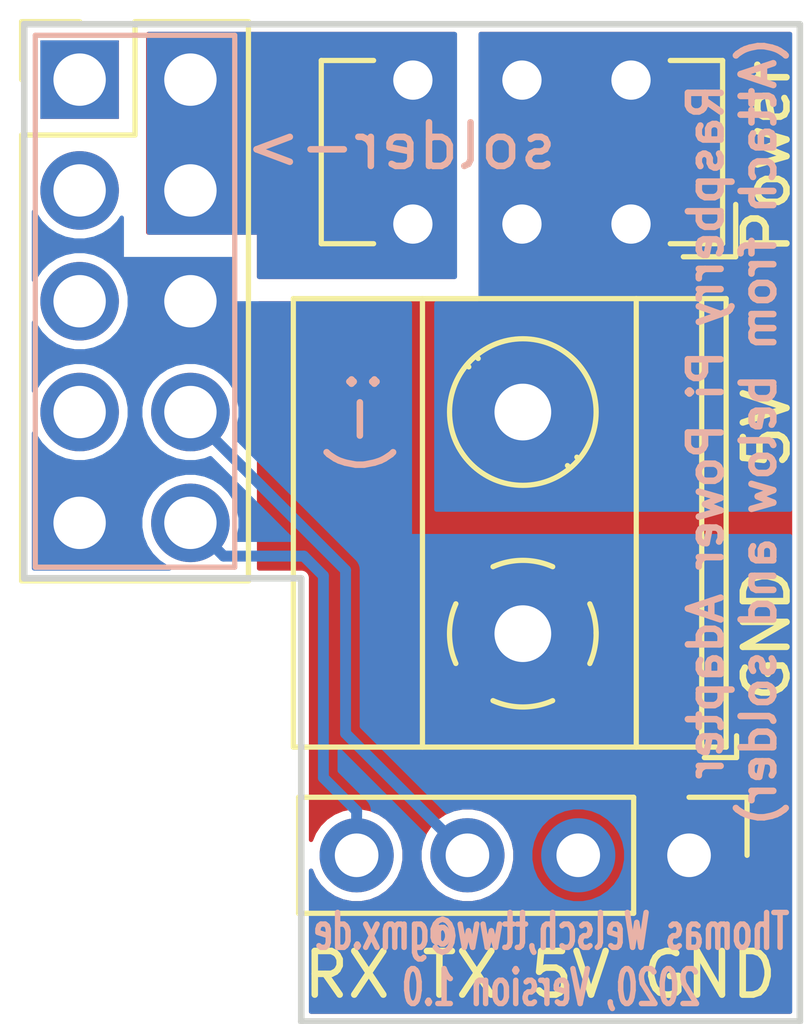
<source format=kicad_pcb>
(kicad_pcb (version 20171130) (host pcbnew "(5.1.6-0-10_14)")

  (general
    (thickness 1.6)
    (drawings 14)
    (tracks 15)
    (zones 0)
    (modules 4)
    (nets 6)
  )

  (page A4)
  (layers
    (0 F.Cu signal)
    (31 B.Cu signal)
    (32 B.Adhes user)
    (33 F.Adhes user)
    (34 B.Paste user)
    (35 F.Paste user)
    (36 B.SilkS user)
    (37 F.SilkS user)
    (38 B.Mask user)
    (39 F.Mask user)
    (40 Dwgs.User user)
    (41 Cmts.User user)
    (42 Eco1.User user)
    (43 Eco2.User user)
    (44 Edge.Cuts user)
    (45 Margin user)
    (46 B.CrtYd user)
    (47 F.CrtYd user)
    (48 B.Fab user)
    (49 F.Fab user)
  )

  (setup
    (last_trace_width 0.25)
    (user_trace_width 0.5)
    (user_trace_width 0.75)
    (user_trace_width 1)
    (user_trace_width 2)
    (user_trace_width 2)
    (user_trace_width 3)
    (user_trace_width 3.5)
    (user_trace_width 4)
    (trace_clearance 0.2)
    (zone_clearance 0.1)
    (zone_45_only no)
    (trace_min 0.2)
    (via_size 0.8)
    (via_drill 0.4)
    (via_min_size 0.4)
    (via_min_drill 0.3)
    (uvia_size 0.3)
    (uvia_drill 0.1)
    (uvias_allowed no)
    (uvia_min_size 0.2)
    (uvia_min_drill 0.1)
    (edge_width 0.05)
    (segment_width 0.2)
    (pcb_text_width 0.3)
    (pcb_text_size 1.5 1.5)
    (mod_edge_width 0.12)
    (mod_text_size 1 1)
    (mod_text_width 0.15)
    (pad_size 1.8 1.8)
    (pad_drill 1.2)
    (pad_to_mask_clearance 0.05)
    (aux_axis_origin 0 0)
    (visible_elements FFFFFF7F)
    (pcbplotparams
      (layerselection 0x010fc_ffffffff)
      (usegerberextensions false)
      (usegerberattributes true)
      (usegerberadvancedattributes true)
      (creategerberjobfile true)
      (excludeedgelayer true)
      (linewidth 0.100000)
      (plotframeref false)
      (viasonmask false)
      (mode 1)
      (useauxorigin false)
      (hpglpennumber 1)
      (hpglpenspeed 20)
      (hpglpendiameter 15.000000)
      (psnegative false)
      (psa4output false)
      (plotreference true)
      (plotvalue true)
      (plotinvisibletext false)
      (padsonsilk false)
      (subtractmaskfromsilk false)
      (outputformat 1)
      (mirror false)
      (drillshape 1)
      (scaleselection 1)
      (outputdirectory ""))
  )

  (net 0 "")
  (net 1 GND)
  (net 2 "Net-(J1-Pad10)")
  (net 3 "Net-(J1-Pad8)")
  (net 4 5V-Switched)
  (net 5 5V)

  (net_class Default "This is the default net class."
    (clearance 0.2)
    (trace_width 0.25)
    (via_dia 0.8)
    (via_drill 0.4)
    (uvia_dia 0.3)
    (uvia_drill 0.1)
    (add_net 5V)
    (add_net 5V-Switched)
    (add_net GND)
    (add_net "Net-(J1-Pad10)")
    (add_net "Net-(J1-Pad8)")
  )

  (module Connector_PinHeader_2.54mm:PinHeader_1x04_P2.54mm_Vertical (layer F.Cu) (tedit 59FED5CC) (tstamp 5EE92935)
    (at 205.74 87.63 270)
    (descr "Through hole straight pin header, 1x04, 2.54mm pitch, single row")
    (tags "Through hole pin header THT 1x04 2.54mm single row")
    (path /5EE931EF)
    (fp_text reference J3 (at 0 -2.33 90) (layer F.SilkS) hide
      (effects (font (size 1 1) (thickness 0.15)))
    )
    (fp_text value "RX TX 5V GND" (at 2.73843 3.413139 180) (layer F.SilkS)
      (effects (font (size 1 1) (thickness 0.15)))
    )
    (fp_line (start 1.8 -1.8) (end -1.8 -1.8) (layer F.CrtYd) (width 0.05))
    (fp_line (start 1.8 9.4) (end 1.8 -1.8) (layer F.CrtYd) (width 0.05))
    (fp_line (start -1.8 9.4) (end 1.8 9.4) (layer F.CrtYd) (width 0.05))
    (fp_line (start -1.8 -1.8) (end -1.8 9.4) (layer F.CrtYd) (width 0.05))
    (fp_line (start -1.33 -1.33) (end 0 -1.33) (layer F.SilkS) (width 0.12))
    (fp_line (start -1.33 0) (end -1.33 -1.33) (layer F.SilkS) (width 0.12))
    (fp_line (start -1.33 1.27) (end 1.33 1.27) (layer F.SilkS) (width 0.12))
    (fp_line (start 1.33 1.27) (end 1.33 8.95) (layer F.SilkS) (width 0.12))
    (fp_line (start -1.33 1.27) (end -1.33 8.95) (layer F.SilkS) (width 0.12))
    (fp_line (start -1.33 8.95) (end 1.33 8.95) (layer F.SilkS) (width 0.12))
    (fp_line (start -1.27 -0.635) (end -0.635 -1.27) (layer F.Fab) (width 0.1))
    (fp_line (start -1.27 8.89) (end -1.27 -0.635) (layer F.Fab) (width 0.1))
    (fp_line (start 1.27 8.89) (end -1.27 8.89) (layer F.Fab) (width 0.1))
    (fp_line (start 1.27 -1.27) (end 1.27 8.89) (layer F.Fab) (width 0.1))
    (fp_line (start -0.635 -1.27) (end 1.27 -1.27) (layer F.Fab) (width 0.1))
    (fp_text user %R (at 0 3.81) (layer F.Fab)
      (effects (font (size 1 1) (thickness 0.15)))
    )
    (pad 4 thru_hole oval (at 0 7.62 270) (size 1.7 1.7) (drill 1) (layers *.Cu *.Mask)
      (net 2 "Net-(J1-Pad10)"))
    (pad 3 thru_hole oval (at 0 5.08 270) (size 1.7 1.7) (drill 1) (layers *.Cu *.Mask)
      (net 3 "Net-(J1-Pad8)"))
    (pad 2 thru_hole oval (at 0 2.54 270) (size 1.7 1.7) (drill 1) (layers *.Cu *.Mask)
      (net 5 5V))
    (pad 1 thru_hole rect (at 0 0 270) (size 1.7 1.7) (drill 1) (layers *.Cu *.Mask)
      (net 1 GND))
    (model ${KISYS3DMOD}/Connector_PinHeader_2.54mm.3dshapes/PinHeader_1x04_P2.54mm_Vertical.wrl
      (at (xyz 0 0 0))
      (scale (xyz 1 1 1))
      (rotate (xyz 0 0 0))
    )
  )

  (module Button_Switch_THT:SW_CuK_JS202011CQN_DPDT_Straight (layer F.Cu) (tedit 5A02FE31) (tstamp 5EEC1840)
    (at 204.409253 73.161137 180)
    (descr "CuK sub miniature slide switch, JS series, DPDT, right angle, http://www.ckswitches.com/media/1422/js.pdf")
    (tags "switch DPDT")
    (path /5EEB5205)
    (fp_text reference SW1 (at 2.75 -1.6) (layer F.SilkS) hide
      (effects (font (size 1 1) (thickness 0.15)))
    )
    (fp_text value Power (at -3.108747 1.533137 270) (layer F.SilkS)
      (effects (font (size 1 1) (thickness 0.15)))
    )
    (fp_line (start -1 -0.35) (end 7 -0.35) (layer F.Fab) (width 0.1))
    (fp_line (start 7 -0.35) (end 7 3.65) (layer F.Fab) (width 0.1))
    (fp_line (start 7 3.65) (end -2 3.65) (layer F.Fab) (width 0.1))
    (fp_line (start -2 3.65) (end -2 0.65) (layer F.Fab) (width 0.1))
    (fp_line (start -0.9 -0.45) (end -2.1 -0.45) (layer F.SilkS) (width 0.12))
    (fp_line (start -2.1 -0.45) (end -2.1 3.75) (layer F.SilkS) (width 0.12))
    (fp_line (start -2.1 3.75) (end -0.9 3.75) (layer F.SilkS) (width 0.12))
    (fp_line (start 5.9 -0.45) (end 7.1 -0.45) (layer F.SilkS) (width 0.12))
    (fp_line (start 7.1 -0.45) (end 7.1 3.75) (layer F.SilkS) (width 0.12))
    (fp_line (start 7.1 3.75) (end 5.9 3.75) (layer F.SilkS) (width 0.12))
    (fp_line (start -1.2 -0.75) (end -2.4 -0.75) (layer F.SilkS) (width 0.12))
    (fp_line (start -2.4 -0.75) (end -2.4 0.45) (layer F.SilkS) (width 0.12))
    (fp_line (start -2.25 -0.95) (end 7.25 -0.95) (layer F.CrtYd) (width 0.05))
    (fp_line (start 7.25 -0.95) (end 7.25 4.25) (layer F.CrtYd) (width 0.05))
    (fp_line (start 7.25 4.25) (end -2.25 4.25) (layer F.CrtYd) (width 0.05))
    (fp_line (start -2.25 4.25) (end -2.25 -0.95) (layer F.CrtYd) (width 0.05))
    (fp_line (start -1 -0.35) (end -2 0.65) (layer F.Fab) (width 0.1))
    (fp_text user %R (at 2 1.65) (layer F.Fab)
      (effects (font (size 1 1) (thickness 0.15)))
    )
    (pad 6 thru_hole circle (at 5 3.3 180) (size 1.4 1.4) (drill 0.9) (layers *.Cu *.Mask)
      (net 4 5V-Switched))
    (pad 5 thru_hole circle (at 2.5 3.3 180) (size 1.4 1.4) (drill 0.9) (layers *.Cu *.Mask)
      (net 5 5V))
    (pad 4 thru_hole circle (at 0 3.3 180) (size 1.4 1.4) (drill 0.9) (layers *.Cu *.Mask)
      (net 5 5V))
    (pad 3 thru_hole circle (at 5 0 180) (size 1.4 1.4) (drill 0.9) (layers *.Cu *.Mask)
      (net 4 5V-Switched))
    (pad 2 thru_hole circle (at 2.5 0 180) (size 1.4 1.4) (drill 0.9) (layers *.Cu *.Mask)
      (net 5 5V))
    (pad 1 thru_hole rect (at 0 0 180) (size 1.4 1.4) (drill 0.9) (layers *.Cu *.Mask)
      (net 5 5V))
    (model ${KISYS3DMOD}/Button_Switch_THT.3dshapes/SW_CuK_JS202011CQN_DPDT_Straight.wrl
      (at (xyz 0 0 0))
      (scale (xyz 1 1 1))
      (rotate (xyz 0 0 0))
    )
  )

  (module Connector_PinHeader_2.54mm:PinHeader_2x05_P2.54mm_Vertical (layer F.Cu) (tedit 5EEB7160) (tstamp 5EEC162C)
    (at 191.77 69.85)
    (descr "Through hole straight pin header, 2x05, 2.54mm pitch, double rows")
    (tags "Through hole pin header THT 2x05 2.54mm double row")
    (path /5EE806D3)
    (fp_text reference J1 (at 1.27 -2.33) (layer F.SilkS) hide
      (effects (font (size 1 1) (thickness 0.15)))
    )
    (fp_text value Raspberry_Pi_2_3 (at 1.27 12.49) (layer F.Fab) hide
      (effects (font (size 1 1) (thickness 0.15)))
    )
    (fp_line (start 4.35 -1.8) (end -1.8 -1.8) (layer F.CrtYd) (width 0.05))
    (fp_line (start 4.35 11.95) (end 4.35 -1.8) (layer F.CrtYd) (width 0.05))
    (fp_line (start -1.8 11.95) (end 4.35 11.95) (layer F.CrtYd) (width 0.05))
    (fp_line (start -1.8 -1.8) (end -1.8 11.95) (layer F.CrtYd) (width 0.05))
    (fp_line (start -1.33 -1.33) (end 0 -1.33) (layer F.SilkS) (width 0.12))
    (fp_line (start -1.33 0) (end -1.33 -1.33) (layer F.SilkS) (width 0.12))
    (fp_line (start 1.27 -1.33) (end 3.87 -1.33) (layer F.SilkS) (width 0.12))
    (fp_line (start 1.27 1.27) (end 1.27 -1.33) (layer F.SilkS) (width 0.12))
    (fp_line (start -1.33 1.27) (end 1.27 1.27) (layer F.SilkS) (width 0.12))
    (fp_line (start 3.87 -1.33) (end 3.87 11.49) (layer F.SilkS) (width 0.12))
    (fp_line (start -1.33 1.27) (end -1.33 11.49) (layer F.SilkS) (width 0.12))
    (fp_line (start -1.33 11.49) (end 3.87 11.49) (layer F.SilkS) (width 0.12))
    (fp_line (start -1.27 0) (end 0 -1.27) (layer F.Fab) (width 0.1))
    (fp_line (start -1.27 11.43) (end -1.27 0) (layer F.Fab) (width 0.1))
    (fp_line (start 3.81 11.43) (end -1.27 11.43) (layer F.Fab) (width 0.1))
    (fp_line (start 3.81 -1.27) (end 3.81 11.43) (layer F.Fab) (width 0.1))
    (fp_line (start 0 -1.27) (end 3.81 -1.27) (layer F.Fab) (width 0.1))
    (fp_text user %R (at 1.27 5.08 90) (layer F.Fab)
      (effects (font (size 1 1) (thickness 0.15)))
    )
    (pad 10 thru_hole oval (at 2.54 10.16) (size 1.8 1.8) (drill 1.2) (layers *.Cu *.Mask)
      (net 2 "Net-(J1-Pad10)"))
    (pad 9 thru_hole oval (at 0 10.16) (size 1.8 1.8) (drill 1.2) (layers *.Cu *.Mask)
      (net 1 GND))
    (pad 8 thru_hole oval (at 2.54 7.62) (size 1.8 1.8) (drill 1.2) (layers *.Cu *.Mask)
      (net 3 "Net-(J1-Pad8)"))
    (pad 7 thru_hole oval (at 0 7.62) (size 1.8 1.8) (drill 1.2) (layers *.Cu *.Mask))
    (pad 6 thru_hole oval (at 2.54 5.08) (size 1.8 1.8) (drill 1.2) (layers *.Cu *.Mask)
      (net 1 GND))
    (pad 5 thru_hole oval (at 0 5.08) (size 1.8 1.8) (drill 1.2) (layers *.Cu *.Mask))
    (pad 4 thru_hole oval (at 2.54 2.54) (size 1.8 1.8) (drill 1.2) (layers *.Cu *.Mask)
      (net 4 5V-Switched))
    (pad 3 thru_hole oval (at 0 2.54) (size 1.8 1.8) (drill 1.2) (layers *.Cu *.Mask))
    (pad 2 thru_hole oval (at 2.54 0) (size 1.8 1.8) (drill 1.2) (layers *.Cu *.Mask)
      (net 4 5V-Switched))
    (pad 1 thru_hole rect (at 0 0) (size 1.8 1.8) (drill 1.2) (layers *.Cu *.Mask))
    (model ${KISYS3DMOD}/Connector_PinHeader_2.54mm.3dshapes/PinHeader_2x05_P2.54mm_Vertical.wrl
      (at (xyz 0 0 0))
      (scale (xyz 1 1 1))
      (rotate (xyz 0 0 0))
    )
  )

  (module TerminalBlock_Phoenix:TerminalBlock_Phoenix_MKDS-1,5-2-5.08_1x02_P5.08mm_Horizontal (layer F.Cu) (tedit 5EE95980) (tstamp 5EEC40E7)
    (at 201.93 82.55 90)
    (descr "Terminal Block Phoenix MKDS-1,5-2-5.08, 2 pins, pitch 5.08mm, size 10.2x9.8mm^2, drill diamater 1.3mm, pad diameter 2.6mm, see http://www.farnell.com/datasheets/100425.pdf, script-generated using https://github.com/pointhi/kicad-footprint-generator/scripts/TerminalBlock_Phoenix")
    (tags "THT Terminal Block Phoenix MKDS-1,5-2-5.08 pitch 5.08mm size 10.2x9.8mm^2 drill 1.3mm pad 2.6mm")
    (path /5EE83E95)
    (fp_text reference J2 (at 2.54 -6.26 90) (layer F.SilkS) hide
      (effects (font (size 1 1) (thickness 0.15)))
    )
    (fp_text value "GND   5V" (at 2.032 5.588 90) (layer F.SilkS)
      (effects (font (size 1 1) (thickness 0.15)))
    )
    (fp_circle (center 0 0) (end 1.5 0) (layer F.Fab) (width 0.1))
    (fp_circle (center 5.08 0) (end 6.58 0) (layer F.Fab) (width 0.1))
    (fp_circle (center 5.08 0) (end 6.76 0) (layer F.SilkS) (width 0.12))
    (fp_line (start -2.54 -5.2) (end 7.62 -5.2) (layer F.Fab) (width 0.1))
    (fp_line (start 7.62 -5.2) (end 7.62 4.6) (layer F.Fab) (width 0.1))
    (fp_line (start 7.62 4.6) (end -2.04 4.6) (layer F.Fab) (width 0.1))
    (fp_line (start -2.04 4.6) (end -2.54 4.1) (layer F.Fab) (width 0.1))
    (fp_line (start -2.54 4.1) (end -2.54 -5.2) (layer F.Fab) (width 0.1))
    (fp_line (start -2.54 4.1) (end 7.62 4.1) (layer F.Fab) (width 0.1))
    (fp_line (start -2.6 4.1) (end 7.68 4.1) (layer F.SilkS) (width 0.12))
    (fp_line (start -2.54 2.6) (end 7.62 2.6) (layer F.Fab) (width 0.1))
    (fp_line (start -2.6 2.6) (end 7.68 2.6) (layer F.SilkS) (width 0.12))
    (fp_line (start -2.54 -2.3) (end 7.62 -2.3) (layer F.Fab) (width 0.1))
    (fp_line (start -2.6 -2.301) (end 7.68 -2.301) (layer F.SilkS) (width 0.12))
    (fp_line (start -2.6 -5.261) (end 7.68 -5.261) (layer F.SilkS) (width 0.12))
    (fp_line (start -2.6 4.66) (end 7.68 4.66) (layer F.SilkS) (width 0.12))
    (fp_line (start -2.6 -5.261) (end -2.6 4.66) (layer F.SilkS) (width 0.12))
    (fp_line (start 7.68 -5.261) (end 7.68 4.66) (layer F.SilkS) (width 0.12))
    (fp_line (start 1.138 -0.955) (end -0.955 1.138) (layer F.Fab) (width 0.1))
    (fp_line (start 0.955 -1.138) (end -1.138 0.955) (layer F.Fab) (width 0.1))
    (fp_line (start 6.218 -0.955) (end 4.126 1.138) (layer F.Fab) (width 0.1))
    (fp_line (start 6.035 -1.138) (end 3.943 0.955) (layer F.Fab) (width 0.1))
    (fp_line (start 6.355 -1.069) (end 6.308 -1.023) (layer F.SilkS) (width 0.12))
    (fp_line (start 4.046 1.239) (end 4.011 1.274) (layer F.SilkS) (width 0.12))
    (fp_line (start 6.15 -1.275) (end 6.115 -1.239) (layer F.SilkS) (width 0.12))
    (fp_line (start 3.853 1.023) (end 3.806 1.069) (layer F.SilkS) (width 0.12))
    (fp_line (start -2.84 4.16) (end -2.84 4.9) (layer F.SilkS) (width 0.12))
    (fp_line (start -2.84 4.9) (end -2.34 4.9) (layer F.SilkS) (width 0.12))
    (fp_line (start -3.04 -5.71) (end -3.04 5.1) (layer F.CrtYd) (width 0.05))
    (fp_line (start -3.04 5.1) (end 8.13 5.1) (layer F.CrtYd) (width 0.05))
    (fp_line (start 8.13 5.1) (end 8.13 -5.71) (layer F.CrtYd) (width 0.05))
    (fp_line (start 8.13 -5.71) (end -3.04 -5.71) (layer F.CrtYd) (width 0.05))
    (fp_arc (start 0 0) (end 0 1.68) (angle -24) (layer F.SilkS) (width 0.12))
    (fp_arc (start 0 0) (end 1.535 0.684) (angle -48) (layer F.SilkS) (width 0.12))
    (fp_arc (start 0 0) (end 0.684 -1.535) (angle -48) (layer F.SilkS) (width 0.12))
    (fp_arc (start 0 0) (end -1.535 -0.684) (angle -48) (layer F.SilkS) (width 0.12))
    (fp_arc (start 0 0) (end -0.684 1.535) (angle -25) (layer F.SilkS) (width 0.12))
    (fp_text user %R (at -1.27 -1.27 90) (layer F.Fab)
      (effects (font (size 1 1) (thickness 0.15)))
    )
    (pad 1 thru_hole rect (at 0 0 90) (size 3.5 3.5) (drill 1.3) (layers *.Cu *.Mask)
      (net 1 GND))
    (pad 2 thru_hole circle (at 5.08 0 90) (size 3.5 3.5) (drill 1.3) (layers *.Cu *.Mask)
      (net 5 5V))
    (model ${KISYS3DMOD}/TerminalBlock_Phoenix.3dshapes/TerminalBlock_Phoenix_MKDS-1,5-2-5.08_1x02_P5.08mm_Horizontal.wrl
      (at (xyz 0 0 0))
      (scale (xyz 1 1 1))
      (rotate (xyz 0 0 0))
    )
  )

  (gr_line (start 190.754 68.834) (end 195.326 68.834) (layer B.SilkS) (width 0.12) (tstamp 5EEC3F18))
  (gr_line (start 190.754 81.026) (end 190.754 68.834) (layer B.SilkS) (width 0.12))
  (gr_line (start 195.326 81.026) (end 190.754 81.026) (layer B.SilkS) (width 0.12))
  (gr_line (start 195.326 68.834) (end 195.326 81.026) (layer B.SilkS) (width 0.12))
  (gr_text solder-> (at 199.136 71.374) (layer B.SilkS)
    (effects (font (size 1 1) (thickness 0.15)) (justify mirror))
  )
  (gr_text ":-)" (at 198.12 77.724 90) (layer B.SilkS) (tstamp 5EEC425D)
    (effects (font (size 1 1) (thickness 0.15)) (justify mirror))
  )
  (gr_text "Thomas Welsch,ttww@gmx.de\n2020, Version 1.0" (at 202.577032 90.020238) (layer B.SilkS)
    (effects (font (size 0.8 0.5) (thickness 0.125)) (justify mirror))
  )
  (gr_text "Raspberry Pi Power Adapter\n(Attach from below and solder)" (at 206.728114 77.920631 90) (layer B.SilkS)
    (effects (font (size 0.75 0.75) (thickness 0.15)) (justify mirror))
  )
  (gr_line (start 208.28 68.58) (end 208.28 91.44) (layer Edge.Cuts) (width 0.15))
  (gr_line (start 196.85 81.28) (end 190.5 81.28) (layer Edge.Cuts) (width 0.15) (tstamp 5EEC168E))
  (gr_line (start 190.5 81.28) (end 190.5 68.58) (layer Edge.Cuts) (width 0.15) (tstamp 5EE91172))
  (gr_line (start 196.85 91.44) (end 196.85 81.28) (layer Edge.Cuts) (width 0.15))
  (gr_line (start 208.28 91.44) (end 196.85 91.44) (layer Edge.Cuts) (width 0.15))
  (gr_line (start 190.5 68.58) (end 208.28 68.58) (layer Edge.Cuts) (width 0.15))

  (segment (start 193.134999 78.645001) (end 193.04 78.74) (width 0.25) (layer B.Cu) (net 1))
  (segment (start 201.93 82.55) (end 203.962 82.55) (width 0.25) (layer B.Cu) (net 1))
  (segment (start 201.93 82.55) (end 203.708 82.55) (width 2) (layer F.Cu) (net 1))
  (segment (start 205.74 84.582) (end 205.74 87.63) (width 2) (layer F.Cu) (net 1))
  (segment (start 203.708 82.55) (end 205.74 84.582) (width 2) (layer F.Cu) (net 1))
  (segment (start 198.12 87.63) (end 198.12 86.614) (width 0.25) (layer B.Cu) (net 2))
  (segment (start 198.12 86.614) (end 197.358 85.852) (width 0.25) (layer B.Cu) (net 2))
  (segment (start 197.358 81.222301) (end 196.907699 80.772) (width 0.25) (layer B.Cu) (net 2))
  (segment (start 197.358 85.852) (end 197.358 81.222301) (width 0.25) (layer B.Cu) (net 2))
  (segment (start 195.072 80.772) (end 194.31 80.01) (width 0.25) (layer B.Cu) (net 2))
  (segment (start 196.907699 80.772) (end 195.072 80.772) (width 0.25) (layer B.Cu) (net 2))
  (segment (start 194.31 77.537891) (end 194.31 77.47) (width 0.25) (layer B.Cu) (net 3))
  (segment (start 197.866 81.093891) (end 194.31 77.537891) (width 0.25) (layer B.Cu) (net 3))
  (segment (start 197.866 84.836) (end 197.866 81.093891) (width 0.25) (layer B.Cu) (net 3))
  (segment (start 200.66 87.63) (end 197.866 84.836) (width 0.25) (layer B.Cu) (net 3))

  (zone (net 4) (net_name 5V-Switched) (layer F.Cu) (tstamp 5EEC4230) (hatch edge 0.508)
    (connect_pads yes (clearance 0.1))
    (min_thickness 0.1)
    (fill yes (arc_segments 32) (thermal_gap 0.508) (thermal_bridge_width 0.508))
    (polygon
      (pts
        (xy 200.406 74.422) (xy 195.834 74.422) (xy 195.834 73.406) (xy 193.294 73.406) (xy 193.294 68.58)
        (xy 200.406 68.58)
      )
    )
    (filled_polygon
      (pts
        (xy 200.356 74.372) (xy 195.884 74.372) (xy 195.884 73.406) (xy 195.883039 73.396245) (xy 195.880194 73.386866)
        (xy 195.875573 73.378221) (xy 195.869355 73.370645) (xy 195.861779 73.364427) (xy 195.853134 73.359806) (xy 195.843755 73.356961)
        (xy 195.834 73.356) (xy 193.344 73.356) (xy 193.344 68.805) (xy 200.356 68.805)
      )
    )
  )
  (zone (net 4) (net_name 5V-Switched) (layer B.Cu) (tstamp 5EEC422D) (hatch edge 0.508)
    (connect_pads yes (clearance 0.1))
    (min_thickness 0.1)
    (fill yes (arc_segments 32) (thermal_gap 0.508) (thermal_bridge_width 0.508))
    (polygon
      (pts
        (xy 200.421802 74.422) (xy 195.834 74.422) (xy 195.834 73.406) (xy 193.309802 73.406) (xy 193.309802 68.58)
        (xy 200.421802 68.58)
      )
    )
    (filled_polygon
      (pts
        (xy 200.371802 74.372) (xy 195.884 74.372) (xy 195.884 73.406) (xy 195.883039 73.396245) (xy 195.880194 73.386866)
        (xy 195.875573 73.378221) (xy 195.869355 73.370645) (xy 195.861779 73.364427) (xy 195.853134 73.359806) (xy 195.843755 73.356961)
        (xy 195.834 73.356) (xy 193.359802 73.356) (xy 193.359802 68.805) (xy 200.371802 68.805)
      )
    )
  )
  (zone (net 5) (net_name 5V) (layer B.Cu) (tstamp 5EEC422A) (hatch edge 0.508)
    (connect_pads yes (clearance 0.1))
    (min_thickness 0.1)
    (fill yes (arc_segments 32) (thermal_gap 0.508) (thermal_bridge_width 0.508))
    (polygon
      (pts
        (xy 208.28 79.756) (xy 199.898 79.756) (xy 199.898 74.93) (xy 200.914 74.93) (xy 200.914 68.58)
        (xy 208.28 68.58)
      )
    )
    (filled_polygon
      (pts
        (xy 208.055 79.706) (xy 199.948 79.706) (xy 199.948 74.98) (xy 200.914 74.98) (xy 200.923755 74.979039)
        (xy 200.933134 74.976194) (xy 200.941779 74.971573) (xy 200.949355 74.965355) (xy 200.955573 74.957779) (xy 200.960194 74.949134)
        (xy 200.963039 74.939755) (xy 200.964 74.93) (xy 200.964 68.805) (xy 208.055 68.805)
      )
    )
  )
  (zone (net 1) (net_name GND) (layer B.Cu) (tstamp 5EEC4227) (hatch edge 0.508)
    (connect_pads yes (clearance 0.1))
    (min_thickness 0.1)
    (fill yes (arc_segments 32) (thermal_gap 0.508) (thermal_bridge_width 0.508))
    (polygon
      (pts
        (xy 192.786 73.914) (xy 195.326 73.914) (xy 195.326 74.93) (xy 199.39 74.93) (xy 199.39 80.264)
        (xy 208.534 80.264) (xy 208.28 91.44) (xy 190.5 91.44) (xy 190.5 68.58) (xy 192.786 68.58)
      )
    )
    (filled_polygon
      (pts
        (xy 190.750884 72.934729) (xy 190.876737 73.123082) (xy 191.036918 73.283263) (xy 191.225271 73.409116) (xy 191.434557 73.495806)
        (xy 191.656735 73.54) (xy 191.883265 73.54) (xy 192.105443 73.495806) (xy 192.314729 73.409116) (xy 192.503082 73.283263)
        (xy 192.663263 73.123082) (xy 192.736 73.014223) (xy 192.736 73.914) (xy 192.736961 73.923755) (xy 192.739806 73.933134)
        (xy 192.744427 73.941779) (xy 192.750645 73.949355) (xy 192.758221 73.955573) (xy 192.766866 73.960194) (xy 192.776245 73.963039)
        (xy 192.786 73.964) (xy 195.276 73.964) (xy 195.276 74.93) (xy 195.276961 74.939755) (xy 195.279806 74.949134)
        (xy 195.284427 74.957779) (xy 195.290645 74.965355) (xy 195.298221 74.971573) (xy 195.306866 74.976194) (xy 195.316245 74.979039)
        (xy 195.326 74.98) (xy 199.34 74.98) (xy 199.34 80.264) (xy 199.340961 80.273755) (xy 199.343806 80.283134)
        (xy 199.348427 80.291779) (xy 199.354645 80.299355) (xy 199.362221 80.305573) (xy 199.370866 80.310194) (xy 199.380245 80.313039)
        (xy 199.39 80.314) (xy 208.055001 80.314) (xy 208.055001 91.215) (xy 197.075 91.215) (xy 197.075 87.981584)
        (xy 197.145193 88.151045) (xy 197.265575 88.331209) (xy 197.418791 88.484425) (xy 197.598955 88.604807) (xy 197.799142 88.687727)
        (xy 198.011659 88.73) (xy 198.228341 88.73) (xy 198.440858 88.687727) (xy 198.641045 88.604807) (xy 198.821209 88.484425)
        (xy 198.974425 88.331209) (xy 199.094807 88.151045) (xy 199.177727 87.950858) (xy 199.22 87.738341) (xy 199.22 87.521659)
        (xy 199.177727 87.309142) (xy 199.094807 87.108955) (xy 198.974425 86.928791) (xy 198.821209 86.775575) (xy 198.641045 86.655193)
        (xy 198.494909 86.594662) (xy 198.492704 86.572273) (xy 198.489574 86.540487) (xy 198.468131 86.4698) (xy 198.45707 86.449107)
        (xy 198.43331 86.404653) (xy 198.398189 86.361859) (xy 198.386448 86.347552) (xy 198.372139 86.335809) (xy 197.733 85.696671)
        (xy 197.733 85.233329) (xy 199.662767 87.163097) (xy 199.602273 87.309142) (xy 199.56 87.521659) (xy 199.56 87.738341)
        (xy 199.602273 87.950858) (xy 199.685193 88.151045) (xy 199.805575 88.331209) (xy 199.958791 88.484425) (xy 200.138955 88.604807)
        (xy 200.339142 88.687727) (xy 200.551659 88.73) (xy 200.768341 88.73) (xy 200.980858 88.687727) (xy 201.181045 88.604807)
        (xy 201.361209 88.484425) (xy 201.514425 88.331209) (xy 201.634807 88.151045) (xy 201.717727 87.950858) (xy 201.76 87.738341)
        (xy 201.76 87.521659) (xy 202.1 87.521659) (xy 202.1 87.738341) (xy 202.142273 87.950858) (xy 202.225193 88.151045)
        (xy 202.345575 88.331209) (xy 202.498791 88.484425) (xy 202.678955 88.604807) (xy 202.879142 88.687727) (xy 203.091659 88.73)
        (xy 203.308341 88.73) (xy 203.520858 88.687727) (xy 203.721045 88.604807) (xy 203.901209 88.484425) (xy 204.054425 88.331209)
        (xy 204.174807 88.151045) (xy 204.257727 87.950858) (xy 204.3 87.738341) (xy 204.3 87.521659) (xy 204.257727 87.309142)
        (xy 204.174807 87.108955) (xy 204.054425 86.928791) (xy 203.901209 86.775575) (xy 203.721045 86.655193) (xy 203.520858 86.572273)
        (xy 203.308341 86.53) (xy 203.091659 86.53) (xy 202.879142 86.572273) (xy 202.678955 86.655193) (xy 202.498791 86.775575)
        (xy 202.345575 86.928791) (xy 202.225193 87.108955) (xy 202.142273 87.309142) (xy 202.1 87.521659) (xy 201.76 87.521659)
        (xy 201.717727 87.309142) (xy 201.634807 87.108955) (xy 201.514425 86.928791) (xy 201.361209 86.775575) (xy 201.181045 86.655193)
        (xy 200.980858 86.572273) (xy 200.768341 86.53) (xy 200.551659 86.53) (xy 200.339142 86.572273) (xy 200.193097 86.632767)
        (xy 198.241 84.680671) (xy 198.241 81.112306) (xy 198.242814 81.09389) (xy 198.241 81.075472) (xy 198.235574 81.020378)
        (xy 198.214131 80.949691) (xy 198.189315 80.903263) (xy 198.179309 80.884543) (xy 198.147277 80.845513) (xy 198.132448 80.827443)
        (xy 198.118139 80.8157) (xy 195.32433 78.021892) (xy 195.329116 78.014729) (xy 195.415806 77.805443) (xy 195.46 77.583265)
        (xy 195.46 77.356735) (xy 195.415806 77.134557) (xy 195.329116 76.925271) (xy 195.203263 76.736918) (xy 195.043082 76.576737)
        (xy 194.854729 76.450884) (xy 194.645443 76.364194) (xy 194.423265 76.32) (xy 194.196735 76.32) (xy 193.974557 76.364194)
        (xy 193.765271 76.450884) (xy 193.576918 76.576737) (xy 193.416737 76.736918) (xy 193.290884 76.925271) (xy 193.204194 77.134557)
        (xy 193.16 77.356735) (xy 193.16 77.583265) (xy 193.204194 77.805443) (xy 193.290884 78.014729) (xy 193.416737 78.203082)
        (xy 193.576918 78.363263) (xy 193.765271 78.489116) (xy 193.974557 78.575806) (xy 194.196735 78.62) (xy 194.423265 78.62)
        (xy 194.645443 78.575806) (xy 194.767166 78.525386) (xy 196.638779 80.397) (xy 195.39445 80.397) (xy 195.415806 80.345443)
        (xy 195.46 80.123265) (xy 195.46 79.896735) (xy 195.415806 79.674557) (xy 195.329116 79.465271) (xy 195.203263 79.276918)
        (xy 195.043082 79.116737) (xy 194.854729 78.990884) (xy 194.645443 78.904194) (xy 194.423265 78.86) (xy 194.196735 78.86)
        (xy 193.974557 78.904194) (xy 193.765271 78.990884) (xy 193.576918 79.116737) (xy 193.416737 79.276918) (xy 193.290884 79.465271)
        (xy 193.204194 79.674557) (xy 193.16 79.896735) (xy 193.16 80.123265) (xy 193.204194 80.345443) (xy 193.290884 80.554729)
        (xy 193.416737 80.743082) (xy 193.576918 80.903263) (xy 193.765271 81.029116) (xy 193.82776 81.055) (xy 190.725 81.055)
        (xy 190.725 77.95224) (xy 190.750884 78.014729) (xy 190.876737 78.203082) (xy 191.036918 78.363263) (xy 191.225271 78.489116)
        (xy 191.434557 78.575806) (xy 191.656735 78.62) (xy 191.883265 78.62) (xy 192.105443 78.575806) (xy 192.314729 78.489116)
        (xy 192.503082 78.363263) (xy 192.663263 78.203082) (xy 192.789116 78.014729) (xy 192.875806 77.805443) (xy 192.92 77.583265)
        (xy 192.92 77.356735) (xy 192.875806 77.134557) (xy 192.789116 76.925271) (xy 192.663263 76.736918) (xy 192.503082 76.576737)
        (xy 192.314729 76.450884) (xy 192.105443 76.364194) (xy 191.883265 76.32) (xy 191.656735 76.32) (xy 191.434557 76.364194)
        (xy 191.225271 76.450884) (xy 191.036918 76.576737) (xy 190.876737 76.736918) (xy 190.750884 76.925271) (xy 190.725 76.98776)
        (xy 190.725 75.41224) (xy 190.750884 75.474729) (xy 190.876737 75.663082) (xy 191.036918 75.823263) (xy 191.225271 75.949116)
        (xy 191.434557 76.035806) (xy 191.656735 76.08) (xy 191.883265 76.08) (xy 192.105443 76.035806) (xy 192.314729 75.949116)
        (xy 192.503082 75.823263) (xy 192.663263 75.663082) (xy 192.789116 75.474729) (xy 192.875806 75.265443) (xy 192.92 75.043265)
        (xy 192.92 74.816735) (xy 192.875806 74.594557) (xy 192.789116 74.385271) (xy 192.663263 74.196918) (xy 192.503082 74.036737)
        (xy 192.314729 73.910884) (xy 192.105443 73.824194) (xy 191.883265 73.78) (xy 191.656735 73.78) (xy 191.434557 73.824194)
        (xy 191.225271 73.910884) (xy 191.036918 74.036737) (xy 190.876737 74.196918) (xy 190.750884 74.385271) (xy 190.725 74.44776)
        (xy 190.725 72.87224)
      )
    )
  )
  (zone (net 5) (net_name 5V) (layer F.Cu) (tstamp 5EEC4224) (hatch edge 0.508)
    (connect_pads yes (clearance 0.1))
    (min_thickness 0.1)
    (fill yes (arc_segments 32) (thermal_gap 0.508) (thermal_bridge_width 0.508))
    (polygon
      (pts
        (xy 208.28 91.44) (xy 196.85 91.44) (xy 196.85 81.28) (xy 195.834 81.28) (xy 195.834 74.93)
        (xy 200.914 74.93) (xy 200.914 68.58) (xy 208.28 68.58)
      )
    )
    (filled_polygon
      (pts
        (xy 208.055001 91.215) (xy 197.075 91.215) (xy 197.075 87.981584) (xy 197.145193 88.151045) (xy 197.265575 88.331209)
        (xy 197.418791 88.484425) (xy 197.598955 88.604807) (xy 197.799142 88.687727) (xy 198.011659 88.73) (xy 198.228341 88.73)
        (xy 198.440858 88.687727) (xy 198.641045 88.604807) (xy 198.821209 88.484425) (xy 198.974425 88.331209) (xy 199.094807 88.151045)
        (xy 199.177727 87.950858) (xy 199.22 87.738341) (xy 199.22 87.521659) (xy 199.56 87.521659) (xy 199.56 87.738341)
        (xy 199.602273 87.950858) (xy 199.685193 88.151045) (xy 199.805575 88.331209) (xy 199.958791 88.484425) (xy 200.138955 88.604807)
        (xy 200.339142 88.687727) (xy 200.551659 88.73) (xy 200.768341 88.73) (xy 200.980858 88.687727) (xy 201.181045 88.604807)
        (xy 201.361209 88.484425) (xy 201.514425 88.331209) (xy 201.634807 88.151045) (xy 201.717727 87.950858) (xy 201.76 87.738341)
        (xy 201.76 87.521659) (xy 201.717727 87.309142) (xy 201.634807 87.108955) (xy 201.514425 86.928791) (xy 201.361209 86.775575)
        (xy 201.181045 86.655193) (xy 200.980858 86.572273) (xy 200.768341 86.53) (xy 200.551659 86.53) (xy 200.339142 86.572273)
        (xy 200.138955 86.655193) (xy 199.958791 86.775575) (xy 199.805575 86.928791) (xy 199.685193 87.108955) (xy 199.602273 87.309142)
        (xy 199.56 87.521659) (xy 199.22 87.521659) (xy 199.177727 87.309142) (xy 199.094807 87.108955) (xy 198.974425 86.928791)
        (xy 198.821209 86.775575) (xy 198.641045 86.655193) (xy 198.440858 86.572273) (xy 198.228341 86.53) (xy 198.011659 86.53)
        (xy 197.799142 86.572273) (xy 197.598955 86.655193) (xy 197.418791 86.775575) (xy 197.265575 86.928791) (xy 197.145193 87.108955)
        (xy 197.075 87.278416) (xy 197.075 81.291047) (xy 197.076088 81.28) (xy 197.071744 81.235892) (xy 197.058878 81.19348)
        (xy 197.037985 81.154392) (xy 197.009868 81.120132) (xy 196.975608 81.092015) (xy 196.93652 81.071122) (xy 196.894108 81.058256)
        (xy 196.861047 81.055) (xy 196.85 81.053912) (xy 196.838953 81.055) (xy 195.884 81.055) (xy 195.884 80.518)
        (xy 199.848 80.518) (xy 199.848 84.582) (xy 199.848961 84.591755) (xy 199.851806 84.601134) (xy 199.856427 84.609779)
        (xy 199.862645 84.617355) (xy 199.870221 84.623573) (xy 199.878866 84.628194) (xy 199.888245 84.631039) (xy 199.898 84.632)
        (xy 203.94129 84.632) (xy 204.42 85.11071) (xy 204.42 88.9) (xy 204.420961 88.909755) (xy 204.423806 88.919134)
        (xy 204.428427 88.927779) (xy 204.434645 88.935355) (xy 204.442221 88.941573) (xy 204.450866 88.946194) (xy 204.460245 88.949039)
        (xy 204.47 88.95) (xy 207.01 88.95) (xy 207.019755 88.949039) (xy 207.029134 88.946194) (xy 207.037779 88.941573)
        (xy 207.045355 88.935355) (xy 207.051573 88.927779) (xy 207.056194 88.919134) (xy 207.059039 88.909755) (xy 207.06 88.9)
        (xy 207.06 83.82) (xy 207.059039 83.810245) (xy 207.056194 83.800866) (xy 207.051573 83.792221) (xy 207.045355 83.784645)
        (xy 204.505355 81.244645) (xy 204.497779 81.238427) (xy 204.489134 81.233806) (xy 204.479755 81.230961) (xy 204.47 81.23)
        (xy 204.012 81.23) (xy 204.012 80.518) (xy 204.011039 80.508245) (xy 204.008194 80.498866) (xy 204.003573 80.490221)
        (xy 203.997355 80.482645) (xy 203.989779 80.476427) (xy 203.981134 80.471806) (xy 203.971755 80.468961) (xy 203.962 80.468)
        (xy 199.898 80.468) (xy 199.888245 80.468961) (xy 199.878866 80.471806) (xy 199.870221 80.476427) (xy 199.862645 80.482645)
        (xy 199.856427 80.490221) (xy 199.851806 80.498866) (xy 199.848961 80.508245) (xy 199.848 80.518) (xy 195.884 80.518)
        (xy 195.884 74.98) (xy 200.914 74.98) (xy 200.923755 74.979039) (xy 200.933134 74.976194) (xy 200.941779 74.971573)
        (xy 200.949355 74.965355) (xy 200.955573 74.957779) (xy 200.960194 74.949134) (xy 200.963039 74.939755) (xy 200.964 74.93)
        (xy 200.964 68.805) (xy 208.055 68.805)
      )
    )
  )
  (zone (net 0) (net_name "") (layer F.Cu) (tstamp 0) (hatch edge 0.508)
    (connect_pads yes (clearance 0.1))
    (min_thickness 0.1)
    (keepout (tracks allowed) (vias allowed) (copperpour not_allowed))
    (fill (arc_segments 32) (thermal_gap 0.508) (thermal_bridge_width 0.508))
    (polygon
      (pts
        (xy 207.01 83.82) (xy 207.01 88.9) (xy 204.47 88.9) (xy 204.47 85.09) (xy 203.708 84.328)
        (xy 203.962 84.328) (xy 204.724 85.09) (xy 204.724 88.646) (xy 206.756 88.646) (xy 206.756 84.074)
        (xy 204.216 81.534) (xy 203.2 81.28) (xy 204.47 81.28)
      )
    )
  )
  (zone (net 0) (net_name "") (layer F.Cu) (tstamp 0) (hatch edge 0.508)
    (connect_pads (clearance 0.1))
    (min_thickness 0.254)
    (keepout (tracks allowed) (vias allowed) (copperpour not_allowed))
    (fill (arc_segments 32) (thermal_gap 0.508) (thermal_bridge_width 0.508))
    (polygon
      (pts
        (xy 203.962 81.28) (xy 203.708 81.28) (xy 203.708 80.518) (xy 203.962 80.518)
      )
    )
  )
  (zone (net 0) (net_name "") (layer F.Cu) (tstamp 0) (hatch edge 0.508)
    (connect_pads (clearance 0.1))
    (min_thickness 0.254)
    (keepout (tracks allowed) (vias allowed) (copperpour not_allowed))
    (fill (arc_segments 32) (thermal_gap 0.508) (thermal_bridge_width 0.508))
    (polygon
      (pts
        (xy 203.962 80.772) (xy 199.898 80.772) (xy 199.898 80.518) (xy 203.962 80.518)
      )
    )
  )
  (zone (net 0) (net_name "") (layer F.Cu) (tstamp 0) (hatch edge 0.508)
    (connect_pads (clearance 0.1))
    (min_thickness 0.254)
    (keepout (tracks allowed) (vias allowed) (copperpour not_allowed))
    (fill (arc_segments 32) (thermal_gap 0.508) (thermal_bridge_width 0.508))
    (polygon
      (pts
        (xy 200.152 84.582) (xy 199.898 84.582) (xy 199.898 80.518) (xy 200.152 80.518)
      )
    )
  )
  (zone (net 0) (net_name "") (layer F.Cu) (tstamp 0) (hatch edge 0.508)
    (connect_pads (clearance 0.1))
    (min_thickness 0.254)
    (keepout (tracks allowed) (vias allowed) (copperpour not_allowed))
    (fill (arc_segments 32) (thermal_gap 0.508) (thermal_bridge_width 0.508))
    (polygon
      (pts
        (xy 203.962 84.582) (xy 199.898 84.582) (xy 199.898 84.328) (xy 203.962 84.328)
      )
    )
  )
)

</source>
